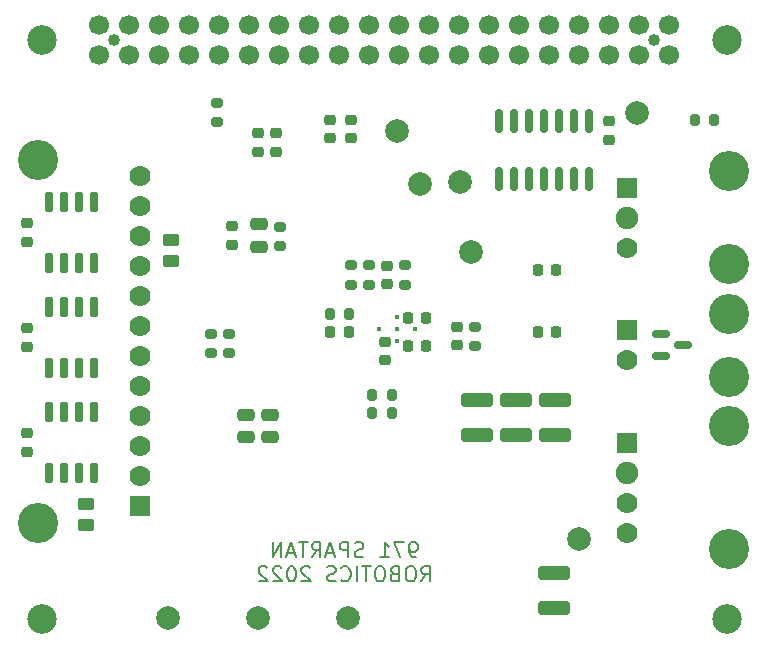
<source format=gbr>
%TF.GenerationSoftware,KiCad,Pcbnew,6.0.9-8da3e8f707~117~ubuntu20.04.1*%
%TF.CreationDate,2022-12-10T16:21:19-08:00*%
%TF.ProjectId,PI-Power-Board,50492d50-6f77-4657-922d-426f6172642e,rev?*%
%TF.SameCoordinates,Original*%
%TF.FileFunction,Soldermask,Bot*%
%TF.FilePolarity,Negative*%
%FSLAX46Y46*%
G04 Gerber Fmt 4.6, Leading zero omitted, Abs format (unit mm)*
G04 Created by KiCad (PCBNEW 6.0.9-8da3e8f707~117~ubuntu20.04.1) date 2022-12-10 16:21:19*
%MOMM*%
%LPD*%
G01*
G04 APERTURE LIST*
G04 Aperture macros list*
%AMRoundRect*
0 Rectangle with rounded corners*
0 $1 Rounding radius*
0 $2 $3 $4 $5 $6 $7 $8 $9 X,Y pos of 4 corners*
0 Add a 4 corners polygon primitive as box body*
4,1,4,$2,$3,$4,$5,$6,$7,$8,$9,$2,$3,0*
0 Add four circle primitives for the rounded corners*
1,1,$1+$1,$2,$3*
1,1,$1+$1,$4,$5*
1,1,$1+$1,$6,$7*
1,1,$1+$1,$8,$9*
0 Add four rect primitives between the rounded corners*
20,1,$1+$1,$2,$3,$4,$5,0*
20,1,$1+$1,$4,$5,$6,$7,0*
20,1,$1+$1,$6,$7,$8,$9,0*
20,1,$1+$1,$8,$9,$2,$3,0*%
G04 Aperture macros list end*
%ADD10C,0.203200*%
%ADD11C,2.000000*%
%ADD12C,3.400000*%
%ADD13R,1.778000X1.778000*%
%ADD14C,1.905000*%
%ADD15C,1.778000*%
%ADD16C,2.500000*%
%ADD17C,1.020000*%
%ADD18C,1.700000*%
%ADD19C,0.400000*%
%ADD20RoundRect,0.150000X-0.150000X0.725000X-0.150000X-0.725000X0.150000X-0.725000X0.150000X0.725000X0*%
%ADD21RoundRect,0.250000X-1.100000X0.325000X-1.100000X-0.325000X1.100000X-0.325000X1.100000X0.325000X0*%
%ADD22RoundRect,0.225000X0.250000X-0.225000X0.250000X0.225000X-0.250000X0.225000X-0.250000X-0.225000X0*%
%ADD23RoundRect,0.150000X-0.587500X-0.150000X0.587500X-0.150000X0.587500X0.150000X-0.587500X0.150000X0*%
%ADD24RoundRect,0.200000X-0.275000X0.200000X-0.275000X-0.200000X0.275000X-0.200000X0.275000X0.200000X0*%
%ADD25RoundRect,0.200000X0.275000X-0.200000X0.275000X0.200000X-0.275000X0.200000X-0.275000X-0.200000X0*%
%ADD26RoundRect,0.250000X-0.475000X0.250000X-0.475000X-0.250000X0.475000X-0.250000X0.475000X0.250000X0*%
%ADD27RoundRect,0.225000X-0.250000X0.225000X-0.250000X-0.225000X0.250000X-0.225000X0.250000X0.225000X0*%
%ADD28RoundRect,0.225000X-0.225000X-0.250000X0.225000X-0.250000X0.225000X0.250000X-0.225000X0.250000X0*%
%ADD29RoundRect,0.250000X0.475000X-0.250000X0.475000X0.250000X-0.475000X0.250000X-0.475000X-0.250000X0*%
%ADD30RoundRect,0.225000X0.225000X0.250000X-0.225000X0.250000X-0.225000X-0.250000X0.225000X-0.250000X0*%
%ADD31RoundRect,0.200000X-0.200000X-0.275000X0.200000X-0.275000X0.200000X0.275000X-0.200000X0.275000X0*%
%ADD32RoundRect,0.250000X0.450000X-0.262500X0.450000X0.262500X-0.450000X0.262500X-0.450000X-0.262500X0*%
%ADD33RoundRect,0.150000X0.150000X-0.825000X0.150000X0.825000X-0.150000X0.825000X-0.150000X-0.825000X0*%
%ADD34RoundRect,0.250000X-0.450000X0.262500X-0.450000X-0.262500X0.450000X-0.262500X0.450000X0.262500X0*%
G04 APERTURE END LIST*
D10*
X95201619Y-118297173D02*
X94959714Y-118297173D01*
X94838761Y-118236697D01*
X94778285Y-118176221D01*
X94657333Y-117994792D01*
X94596857Y-117752888D01*
X94596857Y-117269078D01*
X94657333Y-117148126D01*
X94717809Y-117087650D01*
X94838761Y-117027173D01*
X95080666Y-117027173D01*
X95201619Y-117087650D01*
X95262095Y-117148126D01*
X95322571Y-117269078D01*
X95322571Y-117571459D01*
X95262095Y-117692411D01*
X95201619Y-117752888D01*
X95080666Y-117813364D01*
X94838761Y-117813364D01*
X94717809Y-117752888D01*
X94657333Y-117692411D01*
X94596857Y-117571459D01*
X94173523Y-117027173D02*
X93326857Y-117027173D01*
X93871142Y-118297173D01*
X92177809Y-118297173D02*
X92903523Y-118297173D01*
X92540666Y-118297173D02*
X92540666Y-117027173D01*
X92661619Y-117208602D01*
X92782571Y-117329554D01*
X92903523Y-117390030D01*
X90726380Y-118236697D02*
X90544952Y-118297173D01*
X90242571Y-118297173D01*
X90121619Y-118236697D01*
X90061142Y-118176221D01*
X90000666Y-118055269D01*
X90000666Y-117934316D01*
X90061142Y-117813364D01*
X90121619Y-117752888D01*
X90242571Y-117692411D01*
X90484476Y-117631935D01*
X90605428Y-117571459D01*
X90665904Y-117510983D01*
X90726380Y-117390030D01*
X90726380Y-117269078D01*
X90665904Y-117148126D01*
X90605428Y-117087650D01*
X90484476Y-117027173D01*
X90182095Y-117027173D01*
X90000666Y-117087650D01*
X89456380Y-118297173D02*
X89456380Y-117027173D01*
X88972571Y-117027173D01*
X88851619Y-117087650D01*
X88791142Y-117148126D01*
X88730666Y-117269078D01*
X88730666Y-117450507D01*
X88791142Y-117571459D01*
X88851619Y-117631935D01*
X88972571Y-117692411D01*
X89456380Y-117692411D01*
X88246857Y-117934316D02*
X87642095Y-117934316D01*
X88367809Y-118297173D02*
X87944476Y-117027173D01*
X87521142Y-118297173D01*
X86372095Y-118297173D02*
X86795428Y-117692411D01*
X87097809Y-118297173D02*
X87097809Y-117027173D01*
X86614000Y-117027173D01*
X86493047Y-117087650D01*
X86432571Y-117148126D01*
X86372095Y-117269078D01*
X86372095Y-117450507D01*
X86432571Y-117571459D01*
X86493047Y-117631935D01*
X86614000Y-117692411D01*
X87097809Y-117692411D01*
X86009238Y-117027173D02*
X85283523Y-117027173D01*
X85646380Y-118297173D02*
X85646380Y-117027173D01*
X84920666Y-117934316D02*
X84315904Y-117934316D01*
X85041619Y-118297173D02*
X84618285Y-117027173D01*
X84194952Y-118297173D01*
X83771619Y-118297173D02*
X83771619Y-117027173D01*
X83045904Y-118297173D01*
X83045904Y-117027173D01*
X95655190Y-120341873D02*
X96078523Y-119737111D01*
X96380904Y-120341873D02*
X96380904Y-119071873D01*
X95897095Y-119071873D01*
X95776142Y-119132350D01*
X95715666Y-119192826D01*
X95655190Y-119313778D01*
X95655190Y-119495207D01*
X95715666Y-119616159D01*
X95776142Y-119676635D01*
X95897095Y-119737111D01*
X96380904Y-119737111D01*
X94869000Y-119071873D02*
X94627095Y-119071873D01*
X94506142Y-119132350D01*
X94385190Y-119253302D01*
X94324714Y-119495207D01*
X94324714Y-119918540D01*
X94385190Y-120160445D01*
X94506142Y-120281397D01*
X94627095Y-120341873D01*
X94869000Y-120341873D01*
X94989952Y-120281397D01*
X95110904Y-120160445D01*
X95171380Y-119918540D01*
X95171380Y-119495207D01*
X95110904Y-119253302D01*
X94989952Y-119132350D01*
X94869000Y-119071873D01*
X93357095Y-119676635D02*
X93175666Y-119737111D01*
X93115190Y-119797588D01*
X93054714Y-119918540D01*
X93054714Y-120099969D01*
X93115190Y-120220921D01*
X93175666Y-120281397D01*
X93296619Y-120341873D01*
X93780428Y-120341873D01*
X93780428Y-119071873D01*
X93357095Y-119071873D01*
X93236142Y-119132350D01*
X93175666Y-119192826D01*
X93115190Y-119313778D01*
X93115190Y-119434730D01*
X93175666Y-119555683D01*
X93236142Y-119616159D01*
X93357095Y-119676635D01*
X93780428Y-119676635D01*
X92268523Y-119071873D02*
X92026619Y-119071873D01*
X91905666Y-119132350D01*
X91784714Y-119253302D01*
X91724238Y-119495207D01*
X91724238Y-119918540D01*
X91784714Y-120160445D01*
X91905666Y-120281397D01*
X92026619Y-120341873D01*
X92268523Y-120341873D01*
X92389476Y-120281397D01*
X92510428Y-120160445D01*
X92570904Y-119918540D01*
X92570904Y-119495207D01*
X92510428Y-119253302D01*
X92389476Y-119132350D01*
X92268523Y-119071873D01*
X91361380Y-119071873D02*
X90635666Y-119071873D01*
X90998523Y-120341873D02*
X90998523Y-119071873D01*
X90212333Y-120341873D02*
X90212333Y-119071873D01*
X88881857Y-120220921D02*
X88942333Y-120281397D01*
X89123761Y-120341873D01*
X89244714Y-120341873D01*
X89426142Y-120281397D01*
X89547095Y-120160445D01*
X89607571Y-120039492D01*
X89668047Y-119797588D01*
X89668047Y-119616159D01*
X89607571Y-119374254D01*
X89547095Y-119253302D01*
X89426142Y-119132350D01*
X89244714Y-119071873D01*
X89123761Y-119071873D01*
X88942333Y-119132350D01*
X88881857Y-119192826D01*
X88398047Y-120281397D02*
X88216619Y-120341873D01*
X87914238Y-120341873D01*
X87793285Y-120281397D01*
X87732809Y-120220921D01*
X87672333Y-120099969D01*
X87672333Y-119979016D01*
X87732809Y-119858064D01*
X87793285Y-119797588D01*
X87914238Y-119737111D01*
X88156142Y-119676635D01*
X88277095Y-119616159D01*
X88337571Y-119555683D01*
X88398047Y-119434730D01*
X88398047Y-119313778D01*
X88337571Y-119192826D01*
X88277095Y-119132350D01*
X88156142Y-119071873D01*
X87853761Y-119071873D01*
X87672333Y-119132350D01*
X86220904Y-119192826D02*
X86160428Y-119132350D01*
X86039476Y-119071873D01*
X85737095Y-119071873D01*
X85616142Y-119132350D01*
X85555666Y-119192826D01*
X85495190Y-119313778D01*
X85495190Y-119434730D01*
X85555666Y-119616159D01*
X86281380Y-120341873D01*
X85495190Y-120341873D01*
X84709000Y-119071873D02*
X84588047Y-119071873D01*
X84467095Y-119132350D01*
X84406619Y-119192826D01*
X84346142Y-119313778D01*
X84285666Y-119555683D01*
X84285666Y-119858064D01*
X84346142Y-120099969D01*
X84406619Y-120220921D01*
X84467095Y-120281397D01*
X84588047Y-120341873D01*
X84709000Y-120341873D01*
X84829952Y-120281397D01*
X84890428Y-120220921D01*
X84950904Y-120099969D01*
X85011380Y-119858064D01*
X85011380Y-119555683D01*
X84950904Y-119313778D01*
X84890428Y-119192826D01*
X84829952Y-119132350D01*
X84709000Y-119071873D01*
X83801857Y-119192826D02*
X83741380Y-119132350D01*
X83620428Y-119071873D01*
X83318047Y-119071873D01*
X83197095Y-119132350D01*
X83136619Y-119192826D01*
X83076142Y-119313778D01*
X83076142Y-119434730D01*
X83136619Y-119616159D01*
X83862333Y-120341873D01*
X83076142Y-120341873D01*
X82592333Y-119192826D02*
X82531857Y-119132350D01*
X82410904Y-119071873D01*
X82108523Y-119071873D01*
X81987571Y-119132350D01*
X81927095Y-119192826D01*
X81866619Y-119313778D01*
X81866619Y-119434730D01*
X81927095Y-119616159D01*
X82652809Y-120341873D01*
X81866619Y-120341873D01*
D11*
%TO.C,TP7*%
X95529400Y-86690200D03*
%TD*%
D12*
%TO.C,J5*%
X121683500Y-107185000D03*
X121683500Y-117605000D03*
D13*
X113043500Y-108585000D03*
D14*
X113043500Y-111125000D03*
D15*
X113043500Y-113665000D03*
X113043500Y-116205000D03*
%TD*%
D11*
%TO.C,TP2*%
X108966000Y-116713000D03*
%TD*%
D16*
%TO.C,H2*%
X63500000Y-74500000D03*
%TD*%
D12*
%TO.C,J3*%
X63217000Y-84630000D03*
X63217000Y-115370000D03*
D13*
X71857000Y-113970000D03*
D15*
X71857000Y-111430000D03*
X71857000Y-108890000D03*
X71857000Y-106350000D03*
X71857000Y-103810000D03*
X71857000Y-101270000D03*
X71857000Y-98730000D03*
X71857000Y-96190000D03*
X71857000Y-93650000D03*
X71857000Y-91110000D03*
X71857000Y-88570000D03*
X71857000Y-86030000D03*
%TD*%
D12*
%TO.C,J4*%
X121670000Y-97660000D03*
X121670000Y-103000000D03*
D13*
X113030000Y-99060000D03*
D15*
X113030000Y-101600000D03*
%TD*%
D11*
%TO.C,TP9*%
X93599000Y-82194400D03*
%TD*%
D16*
%TO.C,H8*%
X121500000Y-123500000D03*
%TD*%
D11*
%TO.C,TP3*%
X74168000Y-123444000D03*
%TD*%
D17*
%TO.C,J1*%
X69640000Y-74500000D03*
X115360000Y-74500000D03*
D18*
X68370000Y-75770000D03*
X68370000Y-73230000D03*
X70910000Y-75770000D03*
X70910000Y-73230000D03*
X73450000Y-75770000D03*
X73450000Y-73230000D03*
X75990000Y-75770000D03*
X75990000Y-73230000D03*
X78530000Y-75770000D03*
X78530000Y-73230000D03*
X81070000Y-75770000D03*
X81070000Y-73230000D03*
X83610000Y-75770000D03*
X83610000Y-73230000D03*
X86150000Y-75770000D03*
X86150000Y-73230000D03*
X88690000Y-75770000D03*
X88690000Y-73230000D03*
X91230000Y-75770000D03*
X91230000Y-73230000D03*
X93770000Y-75770000D03*
X93770000Y-73230000D03*
X96310000Y-75770000D03*
X96310000Y-73230000D03*
X98850000Y-75770000D03*
X98850000Y-73230000D03*
X101390000Y-75770000D03*
X101390000Y-73230000D03*
X103930000Y-75770000D03*
X103930000Y-73230000D03*
X106470000Y-75770000D03*
X106470000Y-73230000D03*
X109010000Y-75770000D03*
X109010000Y-73230000D03*
X111550000Y-75770000D03*
X111550000Y-73230000D03*
X114090000Y-75770000D03*
X114090000Y-73230000D03*
X116630000Y-75770000D03*
X116630000Y-73230000D03*
%TD*%
D11*
%TO.C,TP6*%
X98933000Y-86487000D03*
%TD*%
%TO.C,TP4*%
X81788000Y-123444000D03*
%TD*%
%TO.C,TP5*%
X89408000Y-123444000D03*
%TD*%
%TO.C,TP8*%
X113919000Y-80645000D03*
%TD*%
%TO.C,TP1*%
X99822000Y-92456000D03*
%TD*%
D19*
%TO.C,U5*%
X93599000Y-98946000D03*
X95124000Y-98946000D03*
X93599000Y-99971000D03*
X93599000Y-97921000D03*
X92074000Y-98946000D03*
%TD*%
D16*
%TO.C,H4*%
X121500000Y-74500000D03*
%TD*%
D12*
%TO.C,J2*%
X121670000Y-93475000D03*
X121670000Y-85595000D03*
D13*
X113030000Y-86995000D03*
D14*
X113030000Y-89535000D03*
D15*
X113030000Y-92075000D03*
%TD*%
D16*
%TO.C,H6*%
X63500000Y-123500000D03*
%TD*%
D20*
%TO.C,U9*%
X64135000Y-97120000D03*
X65405000Y-97120000D03*
X66675000Y-97120000D03*
X67945000Y-97120000D03*
X67945000Y-102270000D03*
X66675000Y-102270000D03*
X65405000Y-102270000D03*
X64135000Y-102270000D03*
%TD*%
D21*
%TO.C,C32*%
X106934000Y-104951000D03*
X106934000Y-107901000D03*
%TD*%
D22*
%TO.C,C23*%
X92710000Y-95162000D03*
X92710000Y-93612000D03*
%TD*%
D21*
%TO.C,C38*%
X106857800Y-119606800D03*
X106857800Y-122556800D03*
%TD*%
D23*
%TO.C,D7*%
X115902500Y-101280000D03*
X115902500Y-99380000D03*
X117777500Y-100330000D03*
%TD*%
D22*
%TO.C,C31*%
X92583000Y-101587600D03*
X92583000Y-100037600D03*
%TD*%
D21*
%TO.C,C33*%
X103632000Y-104951000D03*
X103632000Y-107901000D03*
%TD*%
D24*
%TO.C,R18*%
X78359000Y-79820000D03*
X78359000Y-81470000D03*
%TD*%
D25*
%TO.C,R22*%
X94234000Y-95199000D03*
X94234000Y-93549000D03*
%TD*%
D26*
%TO.C,C20*%
X81915000Y-90109000D03*
X81915000Y-92009000D03*
%TD*%
D27*
%TO.C,C17*%
X83312000Y-82410000D03*
X83312000Y-83960000D03*
%TD*%
D28*
%TO.C,C26*%
X87947200Y-99200000D03*
X89497200Y-99200000D03*
%TD*%
D27*
%TO.C,C40*%
X87884000Y-81267000D03*
X87884000Y-82817000D03*
%TD*%
D20*
%TO.C,U8*%
X64135000Y-88230000D03*
X65405000Y-88230000D03*
X66675000Y-88230000D03*
X67945000Y-88230000D03*
X67945000Y-93380000D03*
X66675000Y-93380000D03*
X65405000Y-93380000D03*
X64135000Y-93380000D03*
%TD*%
D27*
%TO.C,C39*%
X89662000Y-81267000D03*
X89662000Y-82817000D03*
%TD*%
D29*
%TO.C,C35*%
X82804000Y-108138000D03*
X82804000Y-106238000D03*
%TD*%
D30*
%TO.C,C24*%
X96025000Y-98057000D03*
X94475000Y-98057000D03*
%TD*%
D28*
%TO.C,C22*%
X105524000Y-93980000D03*
X107074000Y-93980000D03*
%TD*%
D31*
%TO.C,R19*%
X118812000Y-81280000D03*
X120462000Y-81280000D03*
%TD*%
D22*
%TO.C,C27*%
X98679000Y-100356000D03*
X98679000Y-98806000D03*
%TD*%
D30*
%TO.C,C29*%
X96025000Y-100406200D03*
X94475000Y-100406200D03*
%TD*%
D25*
%TO.C,R24*%
X89662000Y-95199000D03*
X89662000Y-93549000D03*
%TD*%
D27*
%TO.C,C28*%
X62230000Y-98920000D03*
X62230000Y-100470000D03*
%TD*%
%TO.C,C16*%
X111506000Y-81394000D03*
X111506000Y-82944000D03*
%TD*%
%TO.C,C37*%
X62230000Y-107810000D03*
X62230000Y-109360000D03*
%TD*%
D25*
%TO.C,R28*%
X77851000Y-101028000D03*
X77851000Y-99378000D03*
%TD*%
D27*
%TO.C,C21*%
X79629000Y-90284000D03*
X79629000Y-91834000D03*
%TD*%
D29*
%TO.C,C36*%
X80772000Y-108138000D03*
X80772000Y-106238000D03*
%TD*%
D31*
%TO.C,R25*%
X87897200Y-97676000D03*
X89547200Y-97676000D03*
%TD*%
D25*
%TO.C,R26*%
X100203000Y-100406000D03*
X100203000Y-98756000D03*
%TD*%
D24*
%TO.C,R27*%
X79375000Y-99378000D03*
X79375000Y-101028000D03*
%TD*%
D27*
%TO.C,C18*%
X81788000Y-82410000D03*
X81788000Y-83960000D03*
%TD*%
D31*
%TO.C,R30*%
X91504000Y-106058000D03*
X93154000Y-106058000D03*
%TD*%
D32*
%TO.C,R31*%
X67286500Y-115593500D03*
X67286500Y-113768500D03*
%TD*%
D31*
%TO.C,R29*%
X91504000Y-104534000D03*
X93154000Y-104534000D03*
%TD*%
D24*
%TO.C,R20*%
X83693000Y-90295000D03*
X83693000Y-91945000D03*
%TD*%
D20*
%TO.C,U10*%
X64135000Y-106010000D03*
X65405000Y-106010000D03*
X66675000Y-106010000D03*
X67945000Y-106010000D03*
X67945000Y-111160000D03*
X66675000Y-111160000D03*
X65405000Y-111160000D03*
X64135000Y-111160000D03*
%TD*%
D21*
%TO.C,C34*%
X100330000Y-104951000D03*
X100330000Y-107901000D03*
%TD*%
D28*
%TO.C,C25*%
X105524000Y-99187000D03*
X107074000Y-99187000D03*
%TD*%
D24*
%TO.C,R23*%
X91186000Y-93562000D03*
X91186000Y-95212000D03*
%TD*%
D33*
%TO.C,U7*%
X109855000Y-86295000D03*
X108585000Y-86295000D03*
X107315000Y-86295000D03*
X106045000Y-86295000D03*
X104775000Y-86295000D03*
X103505000Y-86295000D03*
X102235000Y-86295000D03*
X102235000Y-81345000D03*
X103505000Y-81345000D03*
X104775000Y-81345000D03*
X106045000Y-81345000D03*
X107315000Y-81345000D03*
X108585000Y-81345000D03*
X109855000Y-81345000D03*
%TD*%
D34*
%TO.C,R21*%
X74422000Y-91416500D03*
X74422000Y-93241500D03*
%TD*%
D27*
%TO.C,C19*%
X62230000Y-90030000D03*
X62230000Y-91580000D03*
%TD*%
M02*

</source>
